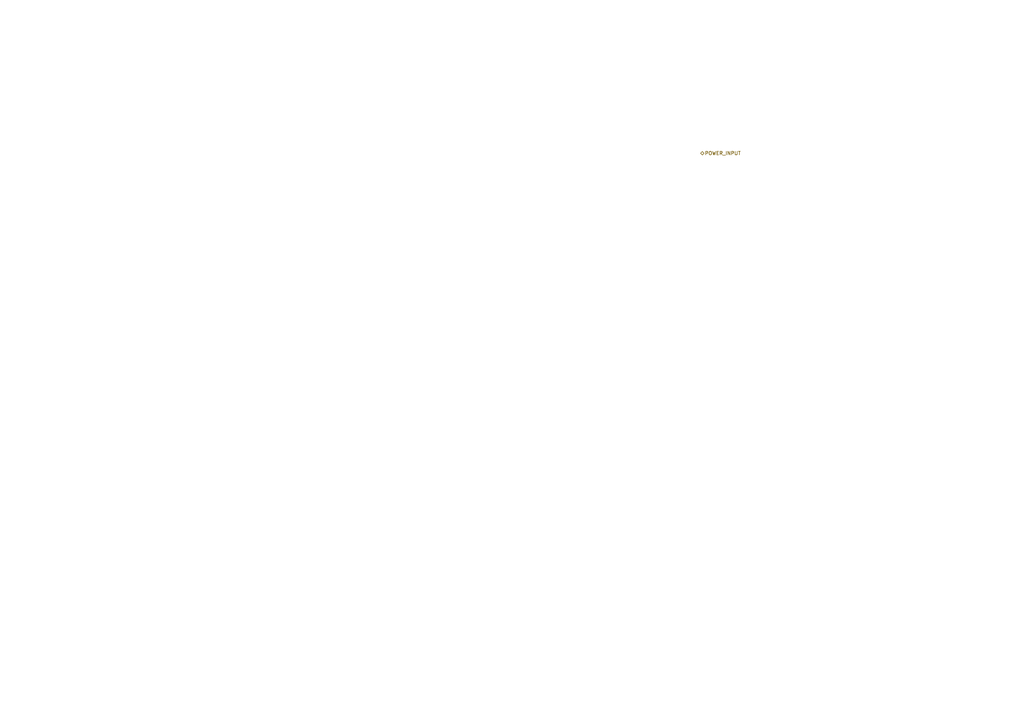
<source format=kicad_sch>
(kicad_sch
	(version 20250114)
	(generator "eeschema")
	(generator_version "9.0")
	(uuid "5a8ba5f7-4f84-46cb-8b56-dfde18eb58d2")
	(paper "A4")
	(lib_symbols)
	(hierarchical_label "POWER_INPUT"
		(shape bidirectional)
		(at 203.2 44.45 0)
		(effects
			(font
				(size 1.016 1.016)
			)
			(justify left)
		)
		(uuid "0a2388a4-8be8-4ba7-b3b5-eb8be696dcba")
	)
)

</source>
